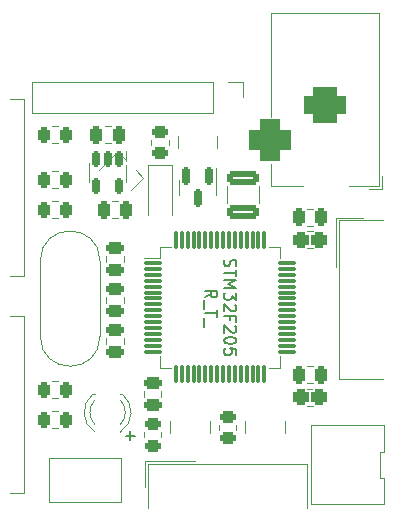
<source format=gto>
G04 #@! TF.GenerationSoftware,KiCad,Pcbnew,6.0.8-f2edbf62ab~116~ubuntu22.04.1*
G04 #@! TF.CreationDate,2022-10-13T12:47:22+02:00*
G04 #@! TF.ProjectId,Dual USB Controller adapter CPC,4475616c-2055-4534-9220-436f6e74726f,0.2*
G04 #@! TF.SameCoordinates,Original*
G04 #@! TF.FileFunction,Legend,Top*
G04 #@! TF.FilePolarity,Positive*
%FSLAX46Y46*%
G04 Gerber Fmt 4.6, Leading zero omitted, Abs format (unit mm)*
G04 Created by KiCad (PCBNEW 6.0.8-f2edbf62ab~116~ubuntu22.04.1) date 2022-10-13 12:47:22*
%MOMM*%
%LPD*%
G01*
G04 APERTURE LIST*
G04 Aperture macros list*
%AMRoundRect*
0 Rectangle with rounded corners*
0 $1 Rounding radius*
0 $2 $3 $4 $5 $6 $7 $8 $9 X,Y pos of 4 corners*
0 Add a 4 corners polygon primitive as box body*
4,1,4,$2,$3,$4,$5,$6,$7,$8,$9,$2,$3,0*
0 Add four circle primitives for the rounded corners*
1,1,$1+$1,$2,$3*
1,1,$1+$1,$4,$5*
1,1,$1+$1,$6,$7*
1,1,$1+$1,$8,$9*
0 Add four rect primitives between the rounded corners*
20,1,$1+$1,$2,$3,$4,$5,0*
20,1,$1+$1,$4,$5,$6,$7,0*
20,1,$1+$1,$6,$7,$8,$9,0*
20,1,$1+$1,$8,$9,$2,$3,0*%
%AMRotRect*
0 Rectangle, with rotation*
0 The origin of the aperture is its center*
0 $1 length*
0 $2 width*
0 $3 Rotation angle, in degrees counterclockwise*
0 Add horizontal line*
21,1,$1,$2,0,0,$3*%
G04 Aperture macros list end*
%ADD10C,0.150000*%
%ADD11C,0.120000*%
%ADD12RotRect,0.900000X0.800000X45.000000*%
%ADD13RoundRect,0.318150X-0.318150X-0.381850X0.318150X-0.381850X0.318150X0.381850X-0.318150X0.381850X0*%
%ADD14RoundRect,0.250000X0.250000X0.475000X-0.250000X0.475000X-0.250000X-0.475000X0.250000X-0.475000X0*%
%ADD15RoundRect,0.250000X-0.475000X0.250000X-0.475000X-0.250000X0.475000X-0.250000X0.475000X0.250000X0*%
%ADD16RoundRect,0.250000X0.475000X-0.250000X0.475000X0.250000X-0.475000X0.250000X-0.475000X-0.250000X0*%
%ADD17RoundRect,0.250000X-0.250000X-0.475000X0.250000X-0.475000X0.250000X0.475000X-0.250000X0.475000X0*%
%ADD18R,3.480000X1.846667*%
%ADD19RoundRect,0.250000X-0.262500X-0.450000X0.262500X-0.450000X0.262500X0.450000X-0.262500X0.450000X0*%
%ADD20R,0.500000X0.800000*%
%ADD21R,0.400000X0.800000*%
%ADD22RoundRect,0.150000X-0.150000X0.587500X-0.150000X-0.587500X0.150000X-0.587500X0.150000X0.587500X0*%
%ADD23RoundRect,0.250000X-1.075000X0.312500X-1.075000X-0.312500X1.075000X-0.312500X1.075000X0.312500X0*%
%ADD24RoundRect,0.250000X-0.450000X0.262500X-0.450000X-0.262500X0.450000X-0.262500X0.450000X0.262500X0*%
%ADD25R,1.846667X3.480000*%
%ADD26R,1.800000X1.800000*%
%ADD27C,1.800000*%
%ADD28C,1.200000*%
%ADD29C,1.500000*%
%ADD30R,1.500000X1.500000*%
%ADD31RoundRect,0.250000X0.450000X-0.262500X0.450000X0.262500X-0.450000X0.262500X-0.450000X-0.262500X0*%
%ADD32R,1.700000X1.300000*%
%ADD33RoundRect,0.075000X-0.700000X-0.075000X0.700000X-0.075000X0.700000X0.075000X-0.700000X0.075000X0*%
%ADD34RoundRect,0.075000X-0.075000X-0.700000X0.075000X-0.700000X0.075000X0.700000X-0.075000X0.700000X0*%
%ADD35R,1.700000X1.700000*%
%ADD36O,1.700000X1.700000*%
%ADD37R,3.500000X3.500000*%
%ADD38RoundRect,0.750000X-1.000000X0.750000X-1.000000X-0.750000X1.000000X-0.750000X1.000000X0.750000X0*%
%ADD39RoundRect,0.875000X-0.875000X0.875000X-0.875000X-0.875000X0.875000X-0.875000X0.875000X0.875000X0*%
%ADD40C,3.000000*%
%ADD41RoundRect,0.150000X-0.150000X0.512500X-0.150000X-0.512500X0.150000X-0.512500X0.150000X0.512500X0*%
G04 APERTURE END LIST*
D10*
X185820238Y-77867380D02*
X185772619Y-78010238D01*
X185772619Y-78248333D01*
X185820238Y-78343571D01*
X185867857Y-78391190D01*
X185963095Y-78438809D01*
X186058333Y-78438809D01*
X186153571Y-78391190D01*
X186201190Y-78343571D01*
X186248809Y-78248333D01*
X186296428Y-78057857D01*
X186344047Y-77962619D01*
X186391666Y-77915000D01*
X186486904Y-77867380D01*
X186582142Y-77867380D01*
X186677380Y-77915000D01*
X186725000Y-77962619D01*
X186772619Y-78057857D01*
X186772619Y-78295952D01*
X186725000Y-78438809D01*
X186772619Y-78724523D02*
X186772619Y-79295952D01*
X185772619Y-79010238D02*
X186772619Y-79010238D01*
X185772619Y-79629285D02*
X186772619Y-79629285D01*
X186058333Y-79962619D01*
X186772619Y-80295952D01*
X185772619Y-80295952D01*
X186772619Y-80676904D02*
X186772619Y-81295952D01*
X186391666Y-80962619D01*
X186391666Y-81105476D01*
X186344047Y-81200714D01*
X186296428Y-81248333D01*
X186201190Y-81295952D01*
X185963095Y-81295952D01*
X185867857Y-81248333D01*
X185820238Y-81200714D01*
X185772619Y-81105476D01*
X185772619Y-80819761D01*
X185820238Y-80724523D01*
X185867857Y-80676904D01*
X186677380Y-81676904D02*
X186725000Y-81724523D01*
X186772619Y-81819761D01*
X186772619Y-82057857D01*
X186725000Y-82153095D01*
X186677380Y-82200714D01*
X186582142Y-82248333D01*
X186486904Y-82248333D01*
X186344047Y-82200714D01*
X185772619Y-81629285D01*
X185772619Y-82248333D01*
X186296428Y-83010238D02*
X186296428Y-82676904D01*
X185772619Y-82676904D02*
X186772619Y-82676904D01*
X186772619Y-83153095D01*
X186677380Y-83486428D02*
X186725000Y-83534047D01*
X186772619Y-83629285D01*
X186772619Y-83867380D01*
X186725000Y-83962619D01*
X186677380Y-84010238D01*
X186582142Y-84057857D01*
X186486904Y-84057857D01*
X186344047Y-84010238D01*
X185772619Y-83438809D01*
X185772619Y-84057857D01*
X186772619Y-84676904D02*
X186772619Y-84772142D01*
X186725000Y-84867380D01*
X186677380Y-84915000D01*
X186582142Y-84962619D01*
X186391666Y-85010238D01*
X186153571Y-85010238D01*
X185963095Y-84962619D01*
X185867857Y-84915000D01*
X185820238Y-84867380D01*
X185772619Y-84772142D01*
X185772619Y-84676904D01*
X185820238Y-84581666D01*
X185867857Y-84534047D01*
X185963095Y-84486428D01*
X186153571Y-84438809D01*
X186391666Y-84438809D01*
X186582142Y-84486428D01*
X186677380Y-84534047D01*
X186725000Y-84581666D01*
X186772619Y-84676904D01*
X186772619Y-85915000D02*
X186772619Y-85438809D01*
X186296428Y-85391190D01*
X186344047Y-85438809D01*
X186391666Y-85534047D01*
X186391666Y-85772142D01*
X186344047Y-85867380D01*
X186296428Y-85915000D01*
X186201190Y-85962619D01*
X185963095Y-85962619D01*
X185867857Y-85915000D01*
X185820238Y-85867380D01*
X185772619Y-85772142D01*
X185772619Y-85534047D01*
X185820238Y-85438809D01*
X185867857Y-85391190D01*
X184162619Y-81081666D02*
X184638809Y-80748333D01*
X184162619Y-80510238D02*
X185162619Y-80510238D01*
X185162619Y-80891190D01*
X185115000Y-80986428D01*
X185067380Y-81034047D01*
X184972142Y-81081666D01*
X184829285Y-81081666D01*
X184734047Y-81034047D01*
X184686428Y-80986428D01*
X184638809Y-80891190D01*
X184638809Y-80510238D01*
X184067380Y-81272142D02*
X184067380Y-82034047D01*
X185162619Y-82129285D02*
X185162619Y-82700714D01*
X184162619Y-82415000D02*
X185162619Y-82415000D01*
X184067380Y-82795952D02*
X184067380Y-83557857D01*
X177419047Y-92781428D02*
X178180952Y-92781428D01*
X177800000Y-93162380D02*
X177800000Y-92400476D01*
D11*
X178928488Y-70965973D02*
X177896112Y-71998348D01*
X176694030Y-68731515D02*
X175166680Y-70258866D01*
X178928488Y-70965973D02*
X178270879Y-70308363D01*
X176694030Y-68731515D02*
X177351640Y-69389124D01*
X192781422Y-75490000D02*
X193298578Y-75490000D01*
X192781422Y-76910000D02*
X193298578Y-76910000D01*
X176156252Y-66575000D02*
X175633748Y-66575000D01*
X176156252Y-68045000D02*
X175633748Y-68045000D01*
X175795000Y-81018748D02*
X175795000Y-81541252D01*
X177265000Y-81018748D02*
X177265000Y-81541252D01*
X192781422Y-88825000D02*
X193298578Y-88825000D01*
X192781422Y-90245000D02*
X193298578Y-90245000D01*
X180440000Y-89493752D02*
X180440000Y-88971248D01*
X178970000Y-89493752D02*
X178970000Y-88971248D01*
X192778748Y-88365000D02*
X193301252Y-88365000D01*
X192778748Y-86895000D02*
X193301252Y-86895000D01*
X192778748Y-75030000D02*
X193301252Y-75030000D01*
X192778748Y-73560000D02*
X193301252Y-73560000D01*
X195485000Y-88003333D02*
X199225000Y-88003333D01*
X199225000Y-74556667D02*
X195485000Y-74556667D01*
X195485000Y-74556667D02*
X195485000Y-88003333D01*
X195245000Y-74316667D02*
X195245000Y-78510000D01*
X197485000Y-74316667D02*
X195245000Y-74316667D01*
X171222936Y-88165000D02*
X171677064Y-88165000D01*
X171222936Y-89635000D02*
X171677064Y-89635000D01*
X187550000Y-91575000D02*
X187550000Y-92575000D01*
X190910000Y-91575000D02*
X190910000Y-92575000D01*
X171222936Y-70385000D02*
X171677064Y-70385000D01*
X171222936Y-71855000D02*
X171677064Y-71855000D01*
X185075000Y-71755000D02*
X185075000Y-72405000D01*
X181955000Y-71755000D02*
X181955000Y-72405000D01*
X185075000Y-71755000D02*
X185075000Y-70080000D01*
X181955000Y-71755000D02*
X181955000Y-71105000D01*
X185970000Y-71666263D02*
X185970000Y-73113737D01*
X188680000Y-71666263D02*
X188680000Y-73113737D01*
X186790000Y-91847936D02*
X186790000Y-92302064D01*
X185320000Y-91847936D02*
X185320000Y-92302064D01*
X192778333Y-98895000D02*
X192778333Y-95155000D01*
X179091667Y-94915000D02*
X183285000Y-94915000D01*
X179331667Y-95155000D02*
X179331667Y-98895000D01*
X179091667Y-97155000D02*
X179091667Y-94915000D01*
X192778333Y-95155000D02*
X179331667Y-95155000D01*
X171222936Y-66575000D02*
X171677064Y-66575000D01*
X171222936Y-68045000D02*
X171677064Y-68045000D01*
X180440000Y-92482936D02*
X180440000Y-92937064D01*
X178970000Y-92482936D02*
X178970000Y-92937064D01*
X177131000Y-89245000D02*
X176975000Y-89245000D01*
X174815000Y-89245000D02*
X174659000Y-89245000D01*
X176974837Y-91846130D02*
G75*
G03*
X176975000Y-89764039I-1079837J1041130D01*
G01*
X174659484Y-89245000D02*
G75*
G03*
X174816392Y-92477335I1235516J-1560000D01*
G01*
X174815000Y-89764039D02*
G75*
G03*
X174815163Y-91846130I1080000J-1040961D01*
G01*
X176973608Y-92477335D02*
G75*
G03*
X177130516Y-89245000I-1078608J1672335D01*
G01*
X199315000Y-91900000D02*
X193115000Y-91900000D01*
X198955000Y-94133334D02*
X199315000Y-94133334D01*
X199315000Y-98600000D02*
X199315000Y-96366666D01*
X193115000Y-98600000D02*
X199315000Y-98600000D01*
X198955000Y-96366666D02*
X198955000Y-94133334D01*
X199315000Y-94133334D02*
X199315000Y-91900000D01*
X199315000Y-96366666D02*
X198955000Y-96366666D01*
X193115000Y-91900000D02*
X193115000Y-98600000D01*
X177265000Y-78063752D02*
X177265000Y-77541248D01*
X175795000Y-78063752D02*
X175795000Y-77541248D01*
X175245000Y-77980000D02*
X175245000Y-84380000D01*
X170195000Y-77980000D02*
X170195000Y-84380000D01*
X175245000Y-77980000D02*
G75*
G03*
X170195000Y-77980000I-2525000J0D01*
G01*
X170195000Y-84380000D02*
G75*
G03*
X175245000Y-84380000I2525000J0D01*
G01*
X177265000Y-85018752D02*
X177265000Y-84496248D01*
X175795000Y-85018752D02*
X175795000Y-84496248D01*
X177050000Y-98370000D02*
X170930000Y-98370000D01*
X177050000Y-94670000D02*
X177050000Y-98370000D01*
X170930000Y-98370000D02*
X170930000Y-94670000D01*
X170930000Y-94670000D02*
X177050000Y-94670000D01*
X179605000Y-68172064D02*
X179605000Y-67717936D01*
X181075000Y-68172064D02*
X181075000Y-67717936D01*
X181340000Y-74140000D02*
X181340000Y-69840000D01*
X179340000Y-69840000D02*
X179340000Y-74140000D01*
X181340000Y-69840000D02*
X179340000Y-69840000D01*
X181260000Y-76805000D02*
X180310000Y-76805000D01*
X189580000Y-76805000D02*
X190530000Y-76805000D01*
X190530000Y-87025000D02*
X190530000Y-86075000D01*
X189580000Y-87025000D02*
X190530000Y-87025000D01*
X181260000Y-87025000D02*
X180310000Y-87025000D01*
X180310000Y-76805000D02*
X180310000Y-77755000D01*
X190530000Y-76805000D02*
X190530000Y-77755000D01*
X180310000Y-87025000D02*
X180310000Y-86075000D01*
X180310000Y-77755000D02*
X178970000Y-77755000D01*
X176791252Y-72925000D02*
X176268748Y-72925000D01*
X176791252Y-74395000D02*
X176268748Y-74395000D01*
X181200000Y-91575000D02*
X181200000Y-92575000D01*
X184560000Y-91575000D02*
X184560000Y-92575000D01*
X171222936Y-90705000D02*
X171677064Y-90705000D01*
X171222936Y-92175000D02*
X171677064Y-92175000D01*
X184785000Y-62805000D02*
X184785000Y-65465000D01*
X184785000Y-62805000D02*
X169485000Y-62805000D01*
X187385000Y-62805000D02*
X187385000Y-64135000D01*
X169485000Y-62805000D02*
X169485000Y-65465000D01*
X186055000Y-62805000D02*
X187385000Y-62805000D01*
X184785000Y-65465000D02*
X169485000Y-65465000D01*
X171222936Y-72925000D02*
X171677064Y-72925000D01*
X171222936Y-74395000D02*
X171677064Y-74395000D01*
X181835000Y-67445000D02*
X181835000Y-68445000D01*
X185195000Y-67445000D02*
X185195000Y-68445000D01*
X198910000Y-56970000D02*
X198910000Y-71670000D01*
X189710000Y-56970000D02*
X198910000Y-56970000D01*
X189710000Y-71670000D02*
X189710000Y-69770000D01*
X192410000Y-71670000D02*
X189710000Y-71670000D01*
X198910000Y-71670000D02*
X196310000Y-71670000D01*
X189710000Y-65770000D02*
X189710000Y-56970000D01*
X198060000Y-71870000D02*
X199110000Y-71870000D01*
X199110000Y-70820000D02*
X199110000Y-71870000D01*
X168780000Y-79250000D02*
X167640000Y-79250000D01*
X168780000Y-64260000D02*
X167640000Y-64260000D01*
X168780000Y-79250000D02*
X168780000Y-64260000D01*
X168780000Y-97665000D02*
X167640000Y-97665000D01*
X168780000Y-82675000D02*
X167640000Y-82675000D01*
X168780000Y-97665000D02*
X168780000Y-82675000D01*
X174335000Y-70485000D02*
X174335000Y-69685000D01*
X174335000Y-70485000D02*
X174335000Y-71285000D01*
X177455000Y-70485000D02*
X177455000Y-68685000D01*
X177455000Y-70485000D02*
X177455000Y-71285000D01*
%LPC*%
D12*
X175895000Y-70421500D03*
X177238503Y-71765003D03*
X177980965Y-69679038D03*
D13*
X192251300Y-76200000D03*
X193828700Y-76200000D03*
D14*
X176845000Y-67310000D03*
X174945000Y-67310000D03*
D15*
X176530000Y-80330000D03*
X176530000Y-82230000D03*
D13*
X192251300Y-89535000D03*
X193828700Y-89535000D03*
D16*
X179705000Y-90182500D03*
X179705000Y-88282500D03*
D17*
X192090000Y-87630000D03*
X193990000Y-87630000D03*
X192090000Y-74295000D03*
X193990000Y-74295000D03*
D18*
X197485000Y-75740000D03*
X197485000Y-78510000D03*
X197485000Y-81280000D03*
X197485000Y-84050000D03*
X197485000Y-86820000D03*
D19*
X170537500Y-88900000D03*
X172362500Y-88900000D03*
D20*
X188030000Y-92975000D03*
D21*
X188830000Y-92975000D03*
X189630000Y-92975000D03*
D20*
X190430000Y-92975000D03*
X190430000Y-91175000D03*
D21*
X189630000Y-91175000D03*
X188830000Y-91175000D03*
D20*
X188030000Y-91175000D03*
D19*
X170537500Y-71120000D03*
X172362500Y-71120000D03*
D22*
X184465000Y-70817500D03*
X182565000Y-70817500D03*
X183515000Y-72692500D03*
D23*
X187325000Y-70927500D03*
X187325000Y-73852500D03*
D24*
X186055000Y-91162500D03*
X186055000Y-92987500D03*
D25*
X180515000Y-97155000D03*
X183285000Y-97155000D03*
X186055000Y-97155000D03*
X188825000Y-97155000D03*
X191595000Y-97155000D03*
D19*
X170537500Y-67310000D03*
X172362500Y-67310000D03*
D24*
X179705000Y-91797500D03*
X179705000Y-93622500D03*
D26*
X175895000Y-89535000D03*
D27*
X175895000Y-92075000D03*
D28*
X198215000Y-93000000D03*
X196215000Y-93000000D03*
X194215000Y-93000000D03*
X198215000Y-97500000D03*
X196215000Y-97500000D03*
X194215000Y-97500000D03*
D16*
X176530000Y-78752500D03*
X176530000Y-76852500D03*
D29*
X172720000Y-78740000D03*
X172720000Y-83620000D03*
D16*
X176530000Y-85707500D03*
X176530000Y-83807500D03*
D30*
X177890000Y-96520000D03*
X170090000Y-96520000D03*
D31*
X180340000Y-68857500D03*
X180340000Y-67032500D03*
D32*
X180340000Y-70640000D03*
X180340000Y-74140000D03*
D33*
X179745000Y-78165000D03*
X179745000Y-78665000D03*
X179745000Y-79165000D03*
X179745000Y-79665000D03*
X179745000Y-80165000D03*
X179745000Y-80665000D03*
X179745000Y-81165000D03*
X179745000Y-81665000D03*
X179745000Y-82165000D03*
X179745000Y-82665000D03*
X179745000Y-83165000D03*
X179745000Y-83665000D03*
X179745000Y-84165000D03*
X179745000Y-84665000D03*
X179745000Y-85165000D03*
X179745000Y-85665000D03*
D34*
X181670000Y-87590000D03*
X182170000Y-87590000D03*
X182670000Y-87590000D03*
X183170000Y-87590000D03*
X183670000Y-87590000D03*
X184170000Y-87590000D03*
X184670000Y-87590000D03*
X185170000Y-87590000D03*
X185670000Y-87590000D03*
X186170000Y-87590000D03*
X186670000Y-87590000D03*
X187170000Y-87590000D03*
X187670000Y-87590000D03*
X188170000Y-87590000D03*
X188670000Y-87590000D03*
X189170000Y-87590000D03*
D33*
X191095000Y-85665000D03*
X191095000Y-85165000D03*
X191095000Y-84665000D03*
X191095000Y-84165000D03*
X191095000Y-83665000D03*
X191095000Y-83165000D03*
X191095000Y-82665000D03*
X191095000Y-82165000D03*
X191095000Y-81665000D03*
X191095000Y-81165000D03*
X191095000Y-80665000D03*
X191095000Y-80165000D03*
X191095000Y-79665000D03*
X191095000Y-79165000D03*
X191095000Y-78665000D03*
X191095000Y-78165000D03*
D34*
X189170000Y-76240000D03*
X188670000Y-76240000D03*
X188170000Y-76240000D03*
X187670000Y-76240000D03*
X187170000Y-76240000D03*
X186670000Y-76240000D03*
X186170000Y-76240000D03*
X185670000Y-76240000D03*
X185170000Y-76240000D03*
X184670000Y-76240000D03*
X184170000Y-76240000D03*
X183670000Y-76240000D03*
X183170000Y-76240000D03*
X182670000Y-76240000D03*
X182170000Y-76240000D03*
X181670000Y-76240000D03*
D14*
X177480000Y-73660000D03*
X175580000Y-73660000D03*
D20*
X181680000Y-92975000D03*
D21*
X182480000Y-92975000D03*
X183280000Y-92975000D03*
D20*
X184080000Y-92975000D03*
X184080000Y-91175000D03*
D21*
X183280000Y-91175000D03*
X182480000Y-91175000D03*
D20*
X181680000Y-91175000D03*
D19*
X170537500Y-91440000D03*
X172362500Y-91440000D03*
D35*
X186055000Y-64135000D03*
D36*
X183515000Y-64135000D03*
X180975000Y-64135000D03*
X178435000Y-64135000D03*
X175895000Y-64135000D03*
X173355000Y-64135000D03*
X170815000Y-64135000D03*
D19*
X170537500Y-73660000D03*
X172362500Y-73660000D03*
D20*
X182315000Y-68845000D03*
D21*
X183115000Y-68845000D03*
X183915000Y-68845000D03*
D20*
X184715000Y-68845000D03*
X184715000Y-67045000D03*
D21*
X183915000Y-67045000D03*
X183115000Y-67045000D03*
D20*
X182315000Y-67045000D03*
D37*
X194310000Y-70770000D03*
D38*
X194310000Y-64770000D03*
D39*
X189610000Y-67770000D03*
D29*
X167640000Y-75255000D03*
X167640000Y-72755000D03*
X167640000Y-70755000D03*
X167640000Y-68255000D03*
D40*
X166190000Y-78325000D03*
X166190000Y-65185000D03*
D29*
X167640000Y-93670000D03*
X167640000Y-91170000D03*
X167640000Y-89170000D03*
X167640000Y-86670000D03*
D40*
X166190000Y-96740000D03*
X166190000Y-83600000D03*
D41*
X176845000Y-69347500D03*
X175895000Y-69347500D03*
X174945000Y-69347500D03*
X174945000Y-71622500D03*
X176845000Y-71622500D03*
M02*

</source>
